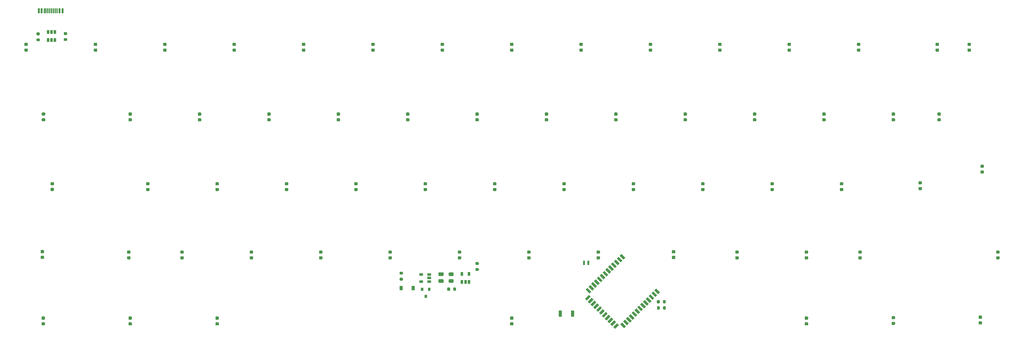
<source format=gbp>
%TF.GenerationSoftware,KiCad,Pcbnew,5.1.10*%
%TF.CreationDate,2021-06-01T15:11:30+02:00*%
%TF.ProjectId,ptm-60nrf,70746d2d-3630-46e7-9266-2e6b69636164,rev?*%
%TF.SameCoordinates,Original*%
%TF.FileFunction,Paste,Bot*%
%TF.FilePolarity,Positive*%
%FSLAX46Y46*%
G04 Gerber Fmt 4.6, Leading zero omitted, Abs format (unit mm)*
G04 Created by KiCad (PCBNEW 5.1.10) date 2021-06-01 15:11:30*
%MOMM*%
%LPD*%
G01*
G04 APERTURE LIST*
%ADD10R,0.650000X1.060000*%
%ADD11R,0.900000X1.700000*%
%ADD12R,0.600000X1.200000*%
%ADD13C,0.100000*%
%ADD14R,1.060000X0.650000*%
%ADD15R,0.800000X0.900000*%
%ADD16R,0.600000X1.450000*%
%ADD17R,0.300000X1.450000*%
%ADD18R,0.900000X1.200000*%
G04 APERTURE END LIST*
%TO.C,D71*%
G36*
G01*
X293118250Y-108362000D02*
X292605750Y-108362000D01*
G75*
G02*
X292387000Y-108143250I0J218750D01*
G01*
X292387000Y-107705750D01*
G75*
G02*
X292605750Y-107487000I218750J0D01*
G01*
X293118250Y-107487000D01*
G75*
G02*
X293337000Y-107705750I0J-218750D01*
G01*
X293337000Y-108143250D01*
G75*
G02*
X293118250Y-108362000I-218750J0D01*
G01*
G37*
G36*
G01*
X293118250Y-109937000D02*
X292605750Y-109937000D01*
G75*
G02*
X292387000Y-109718250I0J218750D01*
G01*
X292387000Y-109280750D01*
G75*
G02*
X292605750Y-109062000I218750J0D01*
G01*
X293118250Y-109062000D01*
G75*
G02*
X293337000Y-109280750I0J-218750D01*
G01*
X293337000Y-109718250D01*
G75*
G02*
X293118250Y-109937000I-218750J0D01*
G01*
G37*
%TD*%
%TO.C,D70*%
G36*
G01*
X269242250Y-108489000D02*
X268729750Y-108489000D01*
G75*
G02*
X268511000Y-108270250I0J218750D01*
G01*
X268511000Y-107832750D01*
G75*
G02*
X268729750Y-107614000I218750J0D01*
G01*
X269242250Y-107614000D01*
G75*
G02*
X269461000Y-107832750I0J-218750D01*
G01*
X269461000Y-108270250D01*
G75*
G02*
X269242250Y-108489000I-218750J0D01*
G01*
G37*
G36*
G01*
X269242250Y-110064000D02*
X268729750Y-110064000D01*
G75*
G02*
X268511000Y-109845250I0J218750D01*
G01*
X268511000Y-109407750D01*
G75*
G02*
X268729750Y-109189000I218750J0D01*
G01*
X269242250Y-109189000D01*
G75*
G02*
X269461000Y-109407750I0J-218750D01*
G01*
X269461000Y-109845250D01*
G75*
G02*
X269242250Y-110064000I-218750J0D01*
G01*
G37*
%TD*%
%TO.C,D69*%
G36*
G01*
X245366250Y-108616000D02*
X244853750Y-108616000D01*
G75*
G02*
X244635000Y-108397250I0J218750D01*
G01*
X244635000Y-107959750D01*
G75*
G02*
X244853750Y-107741000I218750J0D01*
G01*
X245366250Y-107741000D01*
G75*
G02*
X245585000Y-107959750I0J-218750D01*
G01*
X245585000Y-108397250D01*
G75*
G02*
X245366250Y-108616000I-218750J0D01*
G01*
G37*
G36*
G01*
X245366250Y-110191000D02*
X244853750Y-110191000D01*
G75*
G02*
X244635000Y-109972250I0J218750D01*
G01*
X244635000Y-109534750D01*
G75*
G02*
X244853750Y-109316000I218750J0D01*
G01*
X245366250Y-109316000D01*
G75*
G02*
X245585000Y-109534750I0J-218750D01*
G01*
X245585000Y-109972250D01*
G75*
G02*
X245366250Y-110191000I-218750J0D01*
G01*
G37*
%TD*%
%TO.C,D68*%
G36*
G01*
X164467250Y-108616000D02*
X163954750Y-108616000D01*
G75*
G02*
X163736000Y-108397250I0J218750D01*
G01*
X163736000Y-107959750D01*
G75*
G02*
X163954750Y-107741000I218750J0D01*
G01*
X164467250Y-107741000D01*
G75*
G02*
X164686000Y-107959750I0J-218750D01*
G01*
X164686000Y-108397250D01*
G75*
G02*
X164467250Y-108616000I-218750J0D01*
G01*
G37*
G36*
G01*
X164467250Y-110191000D02*
X163954750Y-110191000D01*
G75*
G02*
X163736000Y-109972250I0J218750D01*
G01*
X163736000Y-109534750D01*
G75*
G02*
X163954750Y-109316000I218750J0D01*
G01*
X164467250Y-109316000D01*
G75*
G02*
X164686000Y-109534750I0J-218750D01*
G01*
X164686000Y-109972250D01*
G75*
G02*
X164467250Y-110191000I-218750J0D01*
G01*
G37*
%TD*%
%TO.C,D67*%
G36*
G01*
X83568250Y-108616000D02*
X83055750Y-108616000D01*
G75*
G02*
X82837000Y-108397250I0J218750D01*
G01*
X82837000Y-107959750D01*
G75*
G02*
X83055750Y-107741000I218750J0D01*
G01*
X83568250Y-107741000D01*
G75*
G02*
X83787000Y-107959750I0J-218750D01*
G01*
X83787000Y-108397250D01*
G75*
G02*
X83568250Y-108616000I-218750J0D01*
G01*
G37*
G36*
G01*
X83568250Y-110191000D02*
X83055750Y-110191000D01*
G75*
G02*
X82837000Y-109972250I0J218750D01*
G01*
X82837000Y-109534750D01*
G75*
G02*
X83055750Y-109316000I218750J0D01*
G01*
X83568250Y-109316000D01*
G75*
G02*
X83787000Y-109534750I0J-218750D01*
G01*
X83787000Y-109972250D01*
G75*
G02*
X83568250Y-110191000I-218750J0D01*
G01*
G37*
%TD*%
%TO.C,D66*%
G36*
G01*
X59692250Y-108616000D02*
X59179750Y-108616000D01*
G75*
G02*
X58961000Y-108397250I0J218750D01*
G01*
X58961000Y-107959750D01*
G75*
G02*
X59179750Y-107741000I218750J0D01*
G01*
X59692250Y-107741000D01*
G75*
G02*
X59911000Y-107959750I0J-218750D01*
G01*
X59911000Y-108397250D01*
G75*
G02*
X59692250Y-108616000I-218750J0D01*
G01*
G37*
G36*
G01*
X59692250Y-110191000D02*
X59179750Y-110191000D01*
G75*
G02*
X58961000Y-109972250I0J218750D01*
G01*
X58961000Y-109534750D01*
G75*
G02*
X59179750Y-109316000I218750J0D01*
G01*
X59692250Y-109316000D01*
G75*
G02*
X59911000Y-109534750I0J-218750D01*
G01*
X59911000Y-109972250D01*
G75*
G02*
X59692250Y-110191000I-218750J0D01*
G01*
G37*
%TD*%
%TO.C,D65*%
G36*
G01*
X35816250Y-108616000D02*
X35303750Y-108616000D01*
G75*
G02*
X35085000Y-108397250I0J218750D01*
G01*
X35085000Y-107959750D01*
G75*
G02*
X35303750Y-107741000I218750J0D01*
G01*
X35816250Y-107741000D01*
G75*
G02*
X36035000Y-107959750I0J-218750D01*
G01*
X36035000Y-108397250D01*
G75*
G02*
X35816250Y-108616000I-218750J0D01*
G01*
G37*
G36*
G01*
X35816250Y-110191000D02*
X35303750Y-110191000D01*
G75*
G02*
X35085000Y-109972250I0J218750D01*
G01*
X35085000Y-109534750D01*
G75*
G02*
X35303750Y-109316000I218750J0D01*
G01*
X35816250Y-109316000D01*
G75*
G02*
X36035000Y-109534750I0J-218750D01*
G01*
X36035000Y-109972250D01*
G75*
G02*
X35816250Y-110191000I-218750J0D01*
G01*
G37*
%TD*%
%TO.C,D64*%
G36*
G01*
X297944250Y-90455000D02*
X297431750Y-90455000D01*
G75*
G02*
X297213000Y-90236250I0J218750D01*
G01*
X297213000Y-89798750D01*
G75*
G02*
X297431750Y-89580000I218750J0D01*
G01*
X297944250Y-89580000D01*
G75*
G02*
X298163000Y-89798750I0J-218750D01*
G01*
X298163000Y-90236250D01*
G75*
G02*
X297944250Y-90455000I-218750J0D01*
G01*
G37*
G36*
G01*
X297944250Y-92030000D02*
X297431750Y-92030000D01*
G75*
G02*
X297213000Y-91811250I0J218750D01*
G01*
X297213000Y-91373750D01*
G75*
G02*
X297431750Y-91155000I218750J0D01*
G01*
X297944250Y-91155000D01*
G75*
G02*
X298163000Y-91373750I0J-218750D01*
G01*
X298163000Y-91811250D01*
G75*
G02*
X297944250Y-92030000I-218750J0D01*
G01*
G37*
%TD*%
%TO.C,D62*%
G36*
G01*
X260098250Y-90455000D02*
X259585750Y-90455000D01*
G75*
G02*
X259367000Y-90236250I0J218750D01*
G01*
X259367000Y-89798750D01*
G75*
G02*
X259585750Y-89580000I218750J0D01*
G01*
X260098250Y-89580000D01*
G75*
G02*
X260317000Y-89798750I0J-218750D01*
G01*
X260317000Y-90236250D01*
G75*
G02*
X260098250Y-90455000I-218750J0D01*
G01*
G37*
G36*
G01*
X260098250Y-92030000D02*
X259585750Y-92030000D01*
G75*
G02*
X259367000Y-91811250I0J218750D01*
G01*
X259367000Y-91373750D01*
G75*
G02*
X259585750Y-91155000I218750J0D01*
G01*
X260098250Y-91155000D01*
G75*
G02*
X260317000Y-91373750I0J-218750D01*
G01*
X260317000Y-91811250D01*
G75*
G02*
X260098250Y-92030000I-218750J0D01*
G01*
G37*
%TD*%
%TO.C,D61*%
G36*
G01*
X245366250Y-90455000D02*
X244853750Y-90455000D01*
G75*
G02*
X244635000Y-90236250I0J218750D01*
G01*
X244635000Y-89798750D01*
G75*
G02*
X244853750Y-89580000I218750J0D01*
G01*
X245366250Y-89580000D01*
G75*
G02*
X245585000Y-89798750I0J-218750D01*
G01*
X245585000Y-90236250D01*
G75*
G02*
X245366250Y-90455000I-218750J0D01*
G01*
G37*
G36*
G01*
X245366250Y-92030000D02*
X244853750Y-92030000D01*
G75*
G02*
X244635000Y-91811250I0J218750D01*
G01*
X244635000Y-91373750D01*
G75*
G02*
X244853750Y-91155000I218750J0D01*
G01*
X245366250Y-91155000D01*
G75*
G02*
X245585000Y-91373750I0J-218750D01*
G01*
X245585000Y-91811250D01*
G75*
G02*
X245366250Y-92030000I-218750J0D01*
G01*
G37*
%TD*%
%TO.C,D60*%
G36*
G01*
X226316250Y-90455000D02*
X225803750Y-90455000D01*
G75*
G02*
X225585000Y-90236250I0J218750D01*
G01*
X225585000Y-89798750D01*
G75*
G02*
X225803750Y-89580000I218750J0D01*
G01*
X226316250Y-89580000D01*
G75*
G02*
X226535000Y-89798750I0J-218750D01*
G01*
X226535000Y-90236250D01*
G75*
G02*
X226316250Y-90455000I-218750J0D01*
G01*
G37*
G36*
G01*
X226316250Y-92030000D02*
X225803750Y-92030000D01*
G75*
G02*
X225585000Y-91811250I0J218750D01*
G01*
X225585000Y-91373750D01*
G75*
G02*
X225803750Y-91155000I218750J0D01*
G01*
X226316250Y-91155000D01*
G75*
G02*
X226535000Y-91373750I0J-218750D01*
G01*
X226535000Y-91811250D01*
G75*
G02*
X226316250Y-92030000I-218750J0D01*
G01*
G37*
%TD*%
%TO.C,D59*%
G36*
G01*
X208916250Y-90350000D02*
X208403750Y-90350000D01*
G75*
G02*
X208185000Y-90131250I0J218750D01*
G01*
X208185000Y-89693750D01*
G75*
G02*
X208403750Y-89475000I218750J0D01*
G01*
X208916250Y-89475000D01*
G75*
G02*
X209135000Y-89693750I0J-218750D01*
G01*
X209135000Y-90131250D01*
G75*
G02*
X208916250Y-90350000I-218750J0D01*
G01*
G37*
G36*
G01*
X208916250Y-91925000D02*
X208403750Y-91925000D01*
G75*
G02*
X208185000Y-91706250I0J218750D01*
G01*
X208185000Y-91268750D01*
G75*
G02*
X208403750Y-91050000I218750J0D01*
G01*
X208916250Y-91050000D01*
G75*
G02*
X209135000Y-91268750I0J-218750D01*
G01*
X209135000Y-91706250D01*
G75*
G02*
X208916250Y-91925000I-218750J0D01*
G01*
G37*
%TD*%
%TO.C,D58*%
G36*
G01*
X188216250Y-90455000D02*
X187703750Y-90455000D01*
G75*
G02*
X187485000Y-90236250I0J218750D01*
G01*
X187485000Y-89798750D01*
G75*
G02*
X187703750Y-89580000I218750J0D01*
G01*
X188216250Y-89580000D01*
G75*
G02*
X188435000Y-89798750I0J-218750D01*
G01*
X188435000Y-90236250D01*
G75*
G02*
X188216250Y-90455000I-218750J0D01*
G01*
G37*
G36*
G01*
X188216250Y-92030000D02*
X187703750Y-92030000D01*
G75*
G02*
X187485000Y-91811250I0J218750D01*
G01*
X187485000Y-91373750D01*
G75*
G02*
X187703750Y-91155000I218750J0D01*
G01*
X188216250Y-91155000D01*
G75*
G02*
X188435000Y-91373750I0J-218750D01*
G01*
X188435000Y-91811250D01*
G75*
G02*
X188216250Y-92030000I-218750J0D01*
G01*
G37*
%TD*%
%TO.C,D57*%
G36*
G01*
X169166250Y-90455000D02*
X168653750Y-90455000D01*
G75*
G02*
X168435000Y-90236250I0J218750D01*
G01*
X168435000Y-89798750D01*
G75*
G02*
X168653750Y-89580000I218750J0D01*
G01*
X169166250Y-89580000D01*
G75*
G02*
X169385000Y-89798750I0J-218750D01*
G01*
X169385000Y-90236250D01*
G75*
G02*
X169166250Y-90455000I-218750J0D01*
G01*
G37*
G36*
G01*
X169166250Y-92030000D02*
X168653750Y-92030000D01*
G75*
G02*
X168435000Y-91811250I0J218750D01*
G01*
X168435000Y-91373750D01*
G75*
G02*
X168653750Y-91155000I218750J0D01*
G01*
X169166250Y-91155000D01*
G75*
G02*
X169385000Y-91373750I0J-218750D01*
G01*
X169385000Y-91811250D01*
G75*
G02*
X169166250Y-92030000I-218750J0D01*
G01*
G37*
%TD*%
%TO.C,D56*%
G36*
G01*
X150116250Y-90455000D02*
X149603750Y-90455000D01*
G75*
G02*
X149385000Y-90236250I0J218750D01*
G01*
X149385000Y-89798750D01*
G75*
G02*
X149603750Y-89580000I218750J0D01*
G01*
X150116250Y-89580000D01*
G75*
G02*
X150335000Y-89798750I0J-218750D01*
G01*
X150335000Y-90236250D01*
G75*
G02*
X150116250Y-90455000I-218750J0D01*
G01*
G37*
G36*
G01*
X150116250Y-92030000D02*
X149603750Y-92030000D01*
G75*
G02*
X149385000Y-91811250I0J218750D01*
G01*
X149385000Y-91373750D01*
G75*
G02*
X149603750Y-91155000I218750J0D01*
G01*
X150116250Y-91155000D01*
G75*
G02*
X150335000Y-91373750I0J-218750D01*
G01*
X150335000Y-91811250D01*
G75*
G02*
X150116250Y-92030000I-218750J0D01*
G01*
G37*
%TD*%
%TO.C,D55*%
G36*
G01*
X131066250Y-90455000D02*
X130553750Y-90455000D01*
G75*
G02*
X130335000Y-90236250I0J218750D01*
G01*
X130335000Y-89798750D01*
G75*
G02*
X130553750Y-89580000I218750J0D01*
G01*
X131066250Y-89580000D01*
G75*
G02*
X131285000Y-89798750I0J-218750D01*
G01*
X131285000Y-90236250D01*
G75*
G02*
X131066250Y-90455000I-218750J0D01*
G01*
G37*
G36*
G01*
X131066250Y-92030000D02*
X130553750Y-92030000D01*
G75*
G02*
X130335000Y-91811250I0J218750D01*
G01*
X130335000Y-91373750D01*
G75*
G02*
X130553750Y-91155000I218750J0D01*
G01*
X131066250Y-91155000D01*
G75*
G02*
X131285000Y-91373750I0J-218750D01*
G01*
X131285000Y-91811250D01*
G75*
G02*
X131066250Y-92030000I-218750J0D01*
G01*
G37*
%TD*%
%TO.C,D54*%
G36*
G01*
X112016250Y-90455000D02*
X111503750Y-90455000D01*
G75*
G02*
X111285000Y-90236250I0J218750D01*
G01*
X111285000Y-89798750D01*
G75*
G02*
X111503750Y-89580000I218750J0D01*
G01*
X112016250Y-89580000D01*
G75*
G02*
X112235000Y-89798750I0J-218750D01*
G01*
X112235000Y-90236250D01*
G75*
G02*
X112016250Y-90455000I-218750J0D01*
G01*
G37*
G36*
G01*
X112016250Y-92030000D02*
X111503750Y-92030000D01*
G75*
G02*
X111285000Y-91811250I0J218750D01*
G01*
X111285000Y-91373750D01*
G75*
G02*
X111503750Y-91155000I218750J0D01*
G01*
X112016250Y-91155000D01*
G75*
G02*
X112235000Y-91373750I0J-218750D01*
G01*
X112235000Y-91811250D01*
G75*
G02*
X112016250Y-92030000I-218750J0D01*
G01*
G37*
%TD*%
%TO.C,D53*%
G36*
G01*
X92966250Y-90455000D02*
X92453750Y-90455000D01*
G75*
G02*
X92235000Y-90236250I0J218750D01*
G01*
X92235000Y-89798750D01*
G75*
G02*
X92453750Y-89580000I218750J0D01*
G01*
X92966250Y-89580000D01*
G75*
G02*
X93185000Y-89798750I0J-218750D01*
G01*
X93185000Y-90236250D01*
G75*
G02*
X92966250Y-90455000I-218750J0D01*
G01*
G37*
G36*
G01*
X92966250Y-92030000D02*
X92453750Y-92030000D01*
G75*
G02*
X92235000Y-91811250I0J218750D01*
G01*
X92235000Y-91373750D01*
G75*
G02*
X92453750Y-91155000I218750J0D01*
G01*
X92966250Y-91155000D01*
G75*
G02*
X93185000Y-91373750I0J-218750D01*
G01*
X93185000Y-91811250D01*
G75*
G02*
X92966250Y-92030000I-218750J0D01*
G01*
G37*
%TD*%
%TO.C,D52*%
G36*
G01*
X73916250Y-90455000D02*
X73403750Y-90455000D01*
G75*
G02*
X73185000Y-90236250I0J218750D01*
G01*
X73185000Y-89798750D01*
G75*
G02*
X73403750Y-89580000I218750J0D01*
G01*
X73916250Y-89580000D01*
G75*
G02*
X74135000Y-89798750I0J-218750D01*
G01*
X74135000Y-90236250D01*
G75*
G02*
X73916250Y-90455000I-218750J0D01*
G01*
G37*
G36*
G01*
X73916250Y-92030000D02*
X73403750Y-92030000D01*
G75*
G02*
X73185000Y-91811250I0J218750D01*
G01*
X73185000Y-91373750D01*
G75*
G02*
X73403750Y-91155000I218750J0D01*
G01*
X73916250Y-91155000D01*
G75*
G02*
X74135000Y-91373750I0J-218750D01*
G01*
X74135000Y-91811250D01*
G75*
G02*
X73916250Y-92030000I-218750J0D01*
G01*
G37*
%TD*%
%TO.C,D51*%
G36*
G01*
X59311250Y-90455000D02*
X58798750Y-90455000D01*
G75*
G02*
X58580000Y-90236250I0J218750D01*
G01*
X58580000Y-89798750D01*
G75*
G02*
X58798750Y-89580000I218750J0D01*
G01*
X59311250Y-89580000D01*
G75*
G02*
X59530000Y-89798750I0J-218750D01*
G01*
X59530000Y-90236250D01*
G75*
G02*
X59311250Y-90455000I-218750J0D01*
G01*
G37*
G36*
G01*
X59311250Y-92030000D02*
X58798750Y-92030000D01*
G75*
G02*
X58580000Y-91811250I0J218750D01*
G01*
X58580000Y-91373750D01*
G75*
G02*
X58798750Y-91155000I218750J0D01*
G01*
X59311250Y-91155000D01*
G75*
G02*
X59530000Y-91373750I0J-218750D01*
G01*
X59530000Y-91811250D01*
G75*
G02*
X59311250Y-92030000I-218750J0D01*
G01*
G37*
%TD*%
%TO.C,D49*%
G36*
G01*
X35562250Y-90328000D02*
X35049750Y-90328000D01*
G75*
G02*
X34831000Y-90109250I0J218750D01*
G01*
X34831000Y-89671750D01*
G75*
G02*
X35049750Y-89453000I218750J0D01*
G01*
X35562250Y-89453000D01*
G75*
G02*
X35781000Y-89671750I0J-218750D01*
G01*
X35781000Y-90109250D01*
G75*
G02*
X35562250Y-90328000I-218750J0D01*
G01*
G37*
G36*
G01*
X35562250Y-91903000D02*
X35049750Y-91903000D01*
G75*
G02*
X34831000Y-91684250I0J218750D01*
G01*
X34831000Y-91246750D01*
G75*
G02*
X35049750Y-91028000I218750J0D01*
G01*
X35562250Y-91028000D01*
G75*
G02*
X35781000Y-91246750I0J-218750D01*
G01*
X35781000Y-91684250D01*
G75*
G02*
X35562250Y-91903000I-218750J0D01*
G01*
G37*
%TD*%
%TO.C,D47*%
G36*
G01*
X293626250Y-66833000D02*
X293113750Y-66833000D01*
G75*
G02*
X292895000Y-66614250I0J218750D01*
G01*
X292895000Y-66176750D01*
G75*
G02*
X293113750Y-65958000I218750J0D01*
G01*
X293626250Y-65958000D01*
G75*
G02*
X293845000Y-66176750I0J-218750D01*
G01*
X293845000Y-66614250D01*
G75*
G02*
X293626250Y-66833000I-218750J0D01*
G01*
G37*
G36*
G01*
X293626250Y-68408000D02*
X293113750Y-68408000D01*
G75*
G02*
X292895000Y-68189250I0J218750D01*
G01*
X292895000Y-67751750D01*
G75*
G02*
X293113750Y-67533000I218750J0D01*
G01*
X293626250Y-67533000D01*
G75*
G02*
X293845000Y-67751750I0J-218750D01*
G01*
X293845000Y-68189250D01*
G75*
G02*
X293626250Y-68408000I-218750J0D01*
G01*
G37*
%TD*%
%TO.C,D46*%
G36*
G01*
X276608250Y-71405000D02*
X276095750Y-71405000D01*
G75*
G02*
X275877000Y-71186250I0J218750D01*
G01*
X275877000Y-70748750D01*
G75*
G02*
X276095750Y-70530000I218750J0D01*
G01*
X276608250Y-70530000D01*
G75*
G02*
X276827000Y-70748750I0J-218750D01*
G01*
X276827000Y-71186250D01*
G75*
G02*
X276608250Y-71405000I-218750J0D01*
G01*
G37*
G36*
G01*
X276608250Y-72980000D02*
X276095750Y-72980000D01*
G75*
G02*
X275877000Y-72761250I0J218750D01*
G01*
X275877000Y-72323750D01*
G75*
G02*
X276095750Y-72105000I218750J0D01*
G01*
X276608250Y-72105000D01*
G75*
G02*
X276827000Y-72323750I0J-218750D01*
G01*
X276827000Y-72761250D01*
G75*
G02*
X276608250Y-72980000I-218750J0D01*
G01*
G37*
%TD*%
%TO.C,D45*%
G36*
G01*
X255018250Y-71660000D02*
X254505750Y-71660000D01*
G75*
G02*
X254287000Y-71441250I0J218750D01*
G01*
X254287000Y-71003750D01*
G75*
G02*
X254505750Y-70785000I218750J0D01*
G01*
X255018250Y-70785000D01*
G75*
G02*
X255237000Y-71003750I0J-218750D01*
G01*
X255237000Y-71441250D01*
G75*
G02*
X255018250Y-71660000I-218750J0D01*
G01*
G37*
G36*
G01*
X255018250Y-73235000D02*
X254505750Y-73235000D01*
G75*
G02*
X254287000Y-73016250I0J218750D01*
G01*
X254287000Y-72578750D01*
G75*
G02*
X254505750Y-72360000I218750J0D01*
G01*
X255018250Y-72360000D01*
G75*
G02*
X255237000Y-72578750I0J-218750D01*
G01*
X255237000Y-73016250D01*
G75*
G02*
X255018250Y-73235000I-218750J0D01*
G01*
G37*
%TD*%
%TO.C,D44*%
G36*
G01*
X235968250Y-71660000D02*
X235455750Y-71660000D01*
G75*
G02*
X235237000Y-71441250I0J218750D01*
G01*
X235237000Y-71003750D01*
G75*
G02*
X235455750Y-70785000I218750J0D01*
G01*
X235968250Y-70785000D01*
G75*
G02*
X236187000Y-71003750I0J-218750D01*
G01*
X236187000Y-71441250D01*
G75*
G02*
X235968250Y-71660000I-218750J0D01*
G01*
G37*
G36*
G01*
X235968250Y-73235000D02*
X235455750Y-73235000D01*
G75*
G02*
X235237000Y-73016250I0J218750D01*
G01*
X235237000Y-72578750D01*
G75*
G02*
X235455750Y-72360000I218750J0D01*
G01*
X235968250Y-72360000D01*
G75*
G02*
X236187000Y-72578750I0J-218750D01*
G01*
X236187000Y-73016250D01*
G75*
G02*
X235968250Y-73235000I-218750J0D01*
G01*
G37*
%TD*%
%TO.C,D43*%
G36*
G01*
X216918250Y-71660000D02*
X216405750Y-71660000D01*
G75*
G02*
X216187000Y-71441250I0J218750D01*
G01*
X216187000Y-71003750D01*
G75*
G02*
X216405750Y-70785000I218750J0D01*
G01*
X216918250Y-70785000D01*
G75*
G02*
X217137000Y-71003750I0J-218750D01*
G01*
X217137000Y-71441250D01*
G75*
G02*
X216918250Y-71660000I-218750J0D01*
G01*
G37*
G36*
G01*
X216918250Y-73235000D02*
X216405750Y-73235000D01*
G75*
G02*
X216187000Y-73016250I0J218750D01*
G01*
X216187000Y-72578750D01*
G75*
G02*
X216405750Y-72360000I218750J0D01*
G01*
X216918250Y-72360000D01*
G75*
G02*
X217137000Y-72578750I0J-218750D01*
G01*
X217137000Y-73016250D01*
G75*
G02*
X216918250Y-73235000I-218750J0D01*
G01*
G37*
%TD*%
%TO.C,D42*%
G36*
G01*
X197868250Y-71660000D02*
X197355750Y-71660000D01*
G75*
G02*
X197137000Y-71441250I0J218750D01*
G01*
X197137000Y-71003750D01*
G75*
G02*
X197355750Y-70785000I218750J0D01*
G01*
X197868250Y-70785000D01*
G75*
G02*
X198087000Y-71003750I0J-218750D01*
G01*
X198087000Y-71441250D01*
G75*
G02*
X197868250Y-71660000I-218750J0D01*
G01*
G37*
G36*
G01*
X197868250Y-73235000D02*
X197355750Y-73235000D01*
G75*
G02*
X197137000Y-73016250I0J218750D01*
G01*
X197137000Y-72578750D01*
G75*
G02*
X197355750Y-72360000I218750J0D01*
G01*
X197868250Y-72360000D01*
G75*
G02*
X198087000Y-72578750I0J-218750D01*
G01*
X198087000Y-73016250D01*
G75*
G02*
X197868250Y-73235000I-218750J0D01*
G01*
G37*
%TD*%
%TO.C,D41*%
G36*
G01*
X178818250Y-71660000D02*
X178305750Y-71660000D01*
G75*
G02*
X178087000Y-71441250I0J218750D01*
G01*
X178087000Y-71003750D01*
G75*
G02*
X178305750Y-70785000I218750J0D01*
G01*
X178818250Y-70785000D01*
G75*
G02*
X179037000Y-71003750I0J-218750D01*
G01*
X179037000Y-71441250D01*
G75*
G02*
X178818250Y-71660000I-218750J0D01*
G01*
G37*
G36*
G01*
X178818250Y-73235000D02*
X178305750Y-73235000D01*
G75*
G02*
X178087000Y-73016250I0J218750D01*
G01*
X178087000Y-72578750D01*
G75*
G02*
X178305750Y-72360000I218750J0D01*
G01*
X178818250Y-72360000D01*
G75*
G02*
X179037000Y-72578750I0J-218750D01*
G01*
X179037000Y-73016250D01*
G75*
G02*
X178818250Y-73235000I-218750J0D01*
G01*
G37*
%TD*%
%TO.C,D40*%
G36*
G01*
X159768250Y-71660000D02*
X159255750Y-71660000D01*
G75*
G02*
X159037000Y-71441250I0J218750D01*
G01*
X159037000Y-71003750D01*
G75*
G02*
X159255750Y-70785000I218750J0D01*
G01*
X159768250Y-70785000D01*
G75*
G02*
X159987000Y-71003750I0J-218750D01*
G01*
X159987000Y-71441250D01*
G75*
G02*
X159768250Y-71660000I-218750J0D01*
G01*
G37*
G36*
G01*
X159768250Y-73235000D02*
X159255750Y-73235000D01*
G75*
G02*
X159037000Y-73016250I0J218750D01*
G01*
X159037000Y-72578750D01*
G75*
G02*
X159255750Y-72360000I218750J0D01*
G01*
X159768250Y-72360000D01*
G75*
G02*
X159987000Y-72578750I0J-218750D01*
G01*
X159987000Y-73016250D01*
G75*
G02*
X159768250Y-73235000I-218750J0D01*
G01*
G37*
%TD*%
%TO.C,D39*%
G36*
G01*
X140718250Y-71660000D02*
X140205750Y-71660000D01*
G75*
G02*
X139987000Y-71441250I0J218750D01*
G01*
X139987000Y-71003750D01*
G75*
G02*
X140205750Y-70785000I218750J0D01*
G01*
X140718250Y-70785000D01*
G75*
G02*
X140937000Y-71003750I0J-218750D01*
G01*
X140937000Y-71441250D01*
G75*
G02*
X140718250Y-71660000I-218750J0D01*
G01*
G37*
G36*
G01*
X140718250Y-73235000D02*
X140205750Y-73235000D01*
G75*
G02*
X139987000Y-73016250I0J218750D01*
G01*
X139987000Y-72578750D01*
G75*
G02*
X140205750Y-72360000I218750J0D01*
G01*
X140718250Y-72360000D01*
G75*
G02*
X140937000Y-72578750I0J-218750D01*
G01*
X140937000Y-73016250D01*
G75*
G02*
X140718250Y-73235000I-218750J0D01*
G01*
G37*
%TD*%
%TO.C,D38*%
G36*
G01*
X121668250Y-71660000D02*
X121155750Y-71660000D01*
G75*
G02*
X120937000Y-71441250I0J218750D01*
G01*
X120937000Y-71003750D01*
G75*
G02*
X121155750Y-70785000I218750J0D01*
G01*
X121668250Y-70785000D01*
G75*
G02*
X121887000Y-71003750I0J-218750D01*
G01*
X121887000Y-71441250D01*
G75*
G02*
X121668250Y-71660000I-218750J0D01*
G01*
G37*
G36*
G01*
X121668250Y-73235000D02*
X121155750Y-73235000D01*
G75*
G02*
X120937000Y-73016250I0J218750D01*
G01*
X120937000Y-72578750D01*
G75*
G02*
X121155750Y-72360000I218750J0D01*
G01*
X121668250Y-72360000D01*
G75*
G02*
X121887000Y-72578750I0J-218750D01*
G01*
X121887000Y-73016250D01*
G75*
G02*
X121668250Y-73235000I-218750J0D01*
G01*
G37*
%TD*%
%TO.C,D37*%
G36*
G01*
X102618250Y-71660000D02*
X102105750Y-71660000D01*
G75*
G02*
X101887000Y-71441250I0J218750D01*
G01*
X101887000Y-71003750D01*
G75*
G02*
X102105750Y-70785000I218750J0D01*
G01*
X102618250Y-70785000D01*
G75*
G02*
X102837000Y-71003750I0J-218750D01*
G01*
X102837000Y-71441250D01*
G75*
G02*
X102618250Y-71660000I-218750J0D01*
G01*
G37*
G36*
G01*
X102618250Y-73235000D02*
X102105750Y-73235000D01*
G75*
G02*
X101887000Y-73016250I0J218750D01*
G01*
X101887000Y-72578750D01*
G75*
G02*
X102105750Y-72360000I218750J0D01*
G01*
X102618250Y-72360000D01*
G75*
G02*
X102837000Y-72578750I0J-218750D01*
G01*
X102837000Y-73016250D01*
G75*
G02*
X102618250Y-73235000I-218750J0D01*
G01*
G37*
%TD*%
%TO.C,D36*%
G36*
G01*
X83568250Y-71660000D02*
X83055750Y-71660000D01*
G75*
G02*
X82837000Y-71441250I0J218750D01*
G01*
X82837000Y-71003750D01*
G75*
G02*
X83055750Y-70785000I218750J0D01*
G01*
X83568250Y-70785000D01*
G75*
G02*
X83787000Y-71003750I0J-218750D01*
G01*
X83787000Y-71441250D01*
G75*
G02*
X83568250Y-71660000I-218750J0D01*
G01*
G37*
G36*
G01*
X83568250Y-73235000D02*
X83055750Y-73235000D01*
G75*
G02*
X82837000Y-73016250I0J218750D01*
G01*
X82837000Y-72578750D01*
G75*
G02*
X83055750Y-72360000I218750J0D01*
G01*
X83568250Y-72360000D01*
G75*
G02*
X83787000Y-72578750I0J-218750D01*
G01*
X83787000Y-73016250D01*
G75*
G02*
X83568250Y-73235000I-218750J0D01*
G01*
G37*
%TD*%
%TO.C,D35*%
G36*
G01*
X64518250Y-71660000D02*
X64005750Y-71660000D01*
G75*
G02*
X63787000Y-71441250I0J218750D01*
G01*
X63787000Y-71003750D01*
G75*
G02*
X64005750Y-70785000I218750J0D01*
G01*
X64518250Y-70785000D01*
G75*
G02*
X64737000Y-71003750I0J-218750D01*
G01*
X64737000Y-71441250D01*
G75*
G02*
X64518250Y-71660000I-218750J0D01*
G01*
G37*
G36*
G01*
X64518250Y-73235000D02*
X64005750Y-73235000D01*
G75*
G02*
X63787000Y-73016250I0J218750D01*
G01*
X63787000Y-72578750D01*
G75*
G02*
X64005750Y-72360000I218750J0D01*
G01*
X64518250Y-72360000D01*
G75*
G02*
X64737000Y-72578750I0J-218750D01*
G01*
X64737000Y-73016250D01*
G75*
G02*
X64518250Y-73235000I-218750J0D01*
G01*
G37*
%TD*%
%TO.C,D33*%
G36*
G01*
X38286250Y-71640000D02*
X37773750Y-71640000D01*
G75*
G02*
X37555000Y-71421250I0J218750D01*
G01*
X37555000Y-70983750D01*
G75*
G02*
X37773750Y-70765000I218750J0D01*
G01*
X38286250Y-70765000D01*
G75*
G02*
X38505000Y-70983750I0J-218750D01*
G01*
X38505000Y-71421250D01*
G75*
G02*
X38286250Y-71640000I-218750J0D01*
G01*
G37*
G36*
G01*
X38286250Y-73215000D02*
X37773750Y-73215000D01*
G75*
G02*
X37555000Y-72996250I0J218750D01*
G01*
X37555000Y-72558750D01*
G75*
G02*
X37773750Y-72340000I218750J0D01*
G01*
X38286250Y-72340000D01*
G75*
G02*
X38505000Y-72558750I0J-218750D01*
G01*
X38505000Y-72996250D01*
G75*
G02*
X38286250Y-73215000I-218750J0D01*
G01*
G37*
%TD*%
%TO.C,D32*%
G36*
G01*
X281815250Y-52482000D02*
X281302750Y-52482000D01*
G75*
G02*
X281084000Y-52263250I0J218750D01*
G01*
X281084000Y-51825750D01*
G75*
G02*
X281302750Y-51607000I218750J0D01*
G01*
X281815250Y-51607000D01*
G75*
G02*
X282034000Y-51825750I0J-218750D01*
G01*
X282034000Y-52263250D01*
G75*
G02*
X281815250Y-52482000I-218750J0D01*
G01*
G37*
G36*
G01*
X281815250Y-54057000D02*
X281302750Y-54057000D01*
G75*
G02*
X281084000Y-53838250I0J218750D01*
G01*
X281084000Y-53400750D01*
G75*
G02*
X281302750Y-53182000I218750J0D01*
G01*
X281815250Y-53182000D01*
G75*
G02*
X282034000Y-53400750I0J-218750D01*
G01*
X282034000Y-53838250D01*
G75*
G02*
X281815250Y-54057000I-218750J0D01*
G01*
G37*
%TD*%
%TO.C,D31*%
G36*
G01*
X269242250Y-52482000D02*
X268729750Y-52482000D01*
G75*
G02*
X268511000Y-52263250I0J218750D01*
G01*
X268511000Y-51825750D01*
G75*
G02*
X268729750Y-51607000I218750J0D01*
G01*
X269242250Y-51607000D01*
G75*
G02*
X269461000Y-51825750I0J-218750D01*
G01*
X269461000Y-52263250D01*
G75*
G02*
X269242250Y-52482000I-218750J0D01*
G01*
G37*
G36*
G01*
X269242250Y-54057000D02*
X268729750Y-54057000D01*
G75*
G02*
X268511000Y-53838250I0J218750D01*
G01*
X268511000Y-53400750D01*
G75*
G02*
X268729750Y-53182000I218750J0D01*
G01*
X269242250Y-53182000D01*
G75*
G02*
X269461000Y-53400750I0J-218750D01*
G01*
X269461000Y-53838250D01*
G75*
G02*
X269242250Y-54057000I-218750J0D01*
G01*
G37*
%TD*%
%TO.C,D30*%
G36*
G01*
X250192250Y-52482000D02*
X249679750Y-52482000D01*
G75*
G02*
X249461000Y-52263250I0J218750D01*
G01*
X249461000Y-51825750D01*
G75*
G02*
X249679750Y-51607000I218750J0D01*
G01*
X250192250Y-51607000D01*
G75*
G02*
X250411000Y-51825750I0J-218750D01*
G01*
X250411000Y-52263250D01*
G75*
G02*
X250192250Y-52482000I-218750J0D01*
G01*
G37*
G36*
G01*
X250192250Y-54057000D02*
X249679750Y-54057000D01*
G75*
G02*
X249461000Y-53838250I0J218750D01*
G01*
X249461000Y-53400750D01*
G75*
G02*
X249679750Y-53182000I218750J0D01*
G01*
X250192250Y-53182000D01*
G75*
G02*
X250411000Y-53400750I0J-218750D01*
G01*
X250411000Y-53838250D01*
G75*
G02*
X250192250Y-54057000I-218750J0D01*
G01*
G37*
%TD*%
%TO.C,D29*%
G36*
G01*
X231142250Y-52482000D02*
X230629750Y-52482000D01*
G75*
G02*
X230411000Y-52263250I0J218750D01*
G01*
X230411000Y-51825750D01*
G75*
G02*
X230629750Y-51607000I218750J0D01*
G01*
X231142250Y-51607000D01*
G75*
G02*
X231361000Y-51825750I0J-218750D01*
G01*
X231361000Y-52263250D01*
G75*
G02*
X231142250Y-52482000I-218750J0D01*
G01*
G37*
G36*
G01*
X231142250Y-54057000D02*
X230629750Y-54057000D01*
G75*
G02*
X230411000Y-53838250I0J218750D01*
G01*
X230411000Y-53400750D01*
G75*
G02*
X230629750Y-53182000I218750J0D01*
G01*
X231142250Y-53182000D01*
G75*
G02*
X231361000Y-53400750I0J-218750D01*
G01*
X231361000Y-53838250D01*
G75*
G02*
X231142250Y-54057000I-218750J0D01*
G01*
G37*
%TD*%
%TO.C,D28*%
G36*
G01*
X212092250Y-52482000D02*
X211579750Y-52482000D01*
G75*
G02*
X211361000Y-52263250I0J218750D01*
G01*
X211361000Y-51825750D01*
G75*
G02*
X211579750Y-51607000I218750J0D01*
G01*
X212092250Y-51607000D01*
G75*
G02*
X212311000Y-51825750I0J-218750D01*
G01*
X212311000Y-52263250D01*
G75*
G02*
X212092250Y-52482000I-218750J0D01*
G01*
G37*
G36*
G01*
X212092250Y-54057000D02*
X211579750Y-54057000D01*
G75*
G02*
X211361000Y-53838250I0J218750D01*
G01*
X211361000Y-53400750D01*
G75*
G02*
X211579750Y-53182000I218750J0D01*
G01*
X212092250Y-53182000D01*
G75*
G02*
X212311000Y-53400750I0J-218750D01*
G01*
X212311000Y-53838250D01*
G75*
G02*
X212092250Y-54057000I-218750J0D01*
G01*
G37*
%TD*%
%TO.C,D27*%
G36*
G01*
X193042250Y-52482000D02*
X192529750Y-52482000D01*
G75*
G02*
X192311000Y-52263250I0J218750D01*
G01*
X192311000Y-51825750D01*
G75*
G02*
X192529750Y-51607000I218750J0D01*
G01*
X193042250Y-51607000D01*
G75*
G02*
X193261000Y-51825750I0J-218750D01*
G01*
X193261000Y-52263250D01*
G75*
G02*
X193042250Y-52482000I-218750J0D01*
G01*
G37*
G36*
G01*
X193042250Y-54057000D02*
X192529750Y-54057000D01*
G75*
G02*
X192311000Y-53838250I0J218750D01*
G01*
X192311000Y-53400750D01*
G75*
G02*
X192529750Y-53182000I218750J0D01*
G01*
X193042250Y-53182000D01*
G75*
G02*
X193261000Y-53400750I0J-218750D01*
G01*
X193261000Y-53838250D01*
G75*
G02*
X193042250Y-54057000I-218750J0D01*
G01*
G37*
%TD*%
%TO.C,D26*%
G36*
G01*
X173992250Y-52482000D02*
X173479750Y-52482000D01*
G75*
G02*
X173261000Y-52263250I0J218750D01*
G01*
X173261000Y-51825750D01*
G75*
G02*
X173479750Y-51607000I218750J0D01*
G01*
X173992250Y-51607000D01*
G75*
G02*
X174211000Y-51825750I0J-218750D01*
G01*
X174211000Y-52263250D01*
G75*
G02*
X173992250Y-52482000I-218750J0D01*
G01*
G37*
G36*
G01*
X173992250Y-54057000D02*
X173479750Y-54057000D01*
G75*
G02*
X173261000Y-53838250I0J218750D01*
G01*
X173261000Y-53400750D01*
G75*
G02*
X173479750Y-53182000I218750J0D01*
G01*
X173992250Y-53182000D01*
G75*
G02*
X174211000Y-53400750I0J-218750D01*
G01*
X174211000Y-53838250D01*
G75*
G02*
X173992250Y-54057000I-218750J0D01*
G01*
G37*
%TD*%
%TO.C,D25*%
G36*
G01*
X154942250Y-52482000D02*
X154429750Y-52482000D01*
G75*
G02*
X154211000Y-52263250I0J218750D01*
G01*
X154211000Y-51825750D01*
G75*
G02*
X154429750Y-51607000I218750J0D01*
G01*
X154942250Y-51607000D01*
G75*
G02*
X155161000Y-51825750I0J-218750D01*
G01*
X155161000Y-52263250D01*
G75*
G02*
X154942250Y-52482000I-218750J0D01*
G01*
G37*
G36*
G01*
X154942250Y-54057000D02*
X154429750Y-54057000D01*
G75*
G02*
X154211000Y-53838250I0J218750D01*
G01*
X154211000Y-53400750D01*
G75*
G02*
X154429750Y-53182000I218750J0D01*
G01*
X154942250Y-53182000D01*
G75*
G02*
X155161000Y-53400750I0J-218750D01*
G01*
X155161000Y-53838250D01*
G75*
G02*
X154942250Y-54057000I-218750J0D01*
G01*
G37*
%TD*%
%TO.C,D24*%
G36*
G01*
X135892250Y-52482000D02*
X135379750Y-52482000D01*
G75*
G02*
X135161000Y-52263250I0J218750D01*
G01*
X135161000Y-51825750D01*
G75*
G02*
X135379750Y-51607000I218750J0D01*
G01*
X135892250Y-51607000D01*
G75*
G02*
X136111000Y-51825750I0J-218750D01*
G01*
X136111000Y-52263250D01*
G75*
G02*
X135892250Y-52482000I-218750J0D01*
G01*
G37*
G36*
G01*
X135892250Y-54057000D02*
X135379750Y-54057000D01*
G75*
G02*
X135161000Y-53838250I0J218750D01*
G01*
X135161000Y-53400750D01*
G75*
G02*
X135379750Y-53182000I218750J0D01*
G01*
X135892250Y-53182000D01*
G75*
G02*
X136111000Y-53400750I0J-218750D01*
G01*
X136111000Y-53838250D01*
G75*
G02*
X135892250Y-54057000I-218750J0D01*
G01*
G37*
%TD*%
%TO.C,D23*%
G36*
G01*
X116842250Y-52482000D02*
X116329750Y-52482000D01*
G75*
G02*
X116111000Y-52263250I0J218750D01*
G01*
X116111000Y-51825750D01*
G75*
G02*
X116329750Y-51607000I218750J0D01*
G01*
X116842250Y-51607000D01*
G75*
G02*
X117061000Y-51825750I0J-218750D01*
G01*
X117061000Y-52263250D01*
G75*
G02*
X116842250Y-52482000I-218750J0D01*
G01*
G37*
G36*
G01*
X116842250Y-54057000D02*
X116329750Y-54057000D01*
G75*
G02*
X116111000Y-53838250I0J218750D01*
G01*
X116111000Y-53400750D01*
G75*
G02*
X116329750Y-53182000I218750J0D01*
G01*
X116842250Y-53182000D01*
G75*
G02*
X117061000Y-53400750I0J-218750D01*
G01*
X117061000Y-53838250D01*
G75*
G02*
X116842250Y-54057000I-218750J0D01*
G01*
G37*
%TD*%
%TO.C,D22*%
G36*
G01*
X97792250Y-52482000D02*
X97279750Y-52482000D01*
G75*
G02*
X97061000Y-52263250I0J218750D01*
G01*
X97061000Y-51825750D01*
G75*
G02*
X97279750Y-51607000I218750J0D01*
G01*
X97792250Y-51607000D01*
G75*
G02*
X98011000Y-51825750I0J-218750D01*
G01*
X98011000Y-52263250D01*
G75*
G02*
X97792250Y-52482000I-218750J0D01*
G01*
G37*
G36*
G01*
X97792250Y-54057000D02*
X97279750Y-54057000D01*
G75*
G02*
X97061000Y-53838250I0J218750D01*
G01*
X97061000Y-53400750D01*
G75*
G02*
X97279750Y-53182000I218750J0D01*
G01*
X97792250Y-53182000D01*
G75*
G02*
X98011000Y-53400750I0J-218750D01*
G01*
X98011000Y-53838250D01*
G75*
G02*
X97792250Y-54057000I-218750J0D01*
G01*
G37*
%TD*%
%TO.C,D21*%
G36*
G01*
X78742250Y-52482000D02*
X78229750Y-52482000D01*
G75*
G02*
X78011000Y-52263250I0J218750D01*
G01*
X78011000Y-51825750D01*
G75*
G02*
X78229750Y-51607000I218750J0D01*
G01*
X78742250Y-51607000D01*
G75*
G02*
X78961000Y-51825750I0J-218750D01*
G01*
X78961000Y-52263250D01*
G75*
G02*
X78742250Y-52482000I-218750J0D01*
G01*
G37*
G36*
G01*
X78742250Y-54057000D02*
X78229750Y-54057000D01*
G75*
G02*
X78011000Y-53838250I0J218750D01*
G01*
X78011000Y-53400750D01*
G75*
G02*
X78229750Y-53182000I218750J0D01*
G01*
X78742250Y-53182000D01*
G75*
G02*
X78961000Y-53400750I0J-218750D01*
G01*
X78961000Y-53838250D01*
G75*
G02*
X78742250Y-54057000I-218750J0D01*
G01*
G37*
%TD*%
%TO.C,D20*%
G36*
G01*
X59692250Y-52482000D02*
X59179750Y-52482000D01*
G75*
G02*
X58961000Y-52263250I0J218750D01*
G01*
X58961000Y-51825750D01*
G75*
G02*
X59179750Y-51607000I218750J0D01*
G01*
X59692250Y-51607000D01*
G75*
G02*
X59911000Y-51825750I0J-218750D01*
G01*
X59911000Y-52263250D01*
G75*
G02*
X59692250Y-52482000I-218750J0D01*
G01*
G37*
G36*
G01*
X59692250Y-54057000D02*
X59179750Y-54057000D01*
G75*
G02*
X58961000Y-53838250I0J218750D01*
G01*
X58961000Y-53400750D01*
G75*
G02*
X59179750Y-53182000I218750J0D01*
G01*
X59692250Y-53182000D01*
G75*
G02*
X59911000Y-53400750I0J-218750D01*
G01*
X59911000Y-53838250D01*
G75*
G02*
X59692250Y-54057000I-218750J0D01*
G01*
G37*
%TD*%
%TO.C,D19*%
G36*
G01*
X35886250Y-52470000D02*
X35373750Y-52470000D01*
G75*
G02*
X35155000Y-52251250I0J218750D01*
G01*
X35155000Y-51813750D01*
G75*
G02*
X35373750Y-51595000I218750J0D01*
G01*
X35886250Y-51595000D01*
G75*
G02*
X36105000Y-51813750I0J-218750D01*
G01*
X36105000Y-52251250D01*
G75*
G02*
X35886250Y-52470000I-218750J0D01*
G01*
G37*
G36*
G01*
X35886250Y-54045000D02*
X35373750Y-54045000D01*
G75*
G02*
X35155000Y-53826250I0J218750D01*
G01*
X35155000Y-53388750D01*
G75*
G02*
X35373750Y-53170000I218750J0D01*
G01*
X35886250Y-53170000D01*
G75*
G02*
X36105000Y-53388750I0J-218750D01*
G01*
X36105000Y-53826250D01*
G75*
G02*
X35886250Y-54045000I-218750J0D01*
G01*
G37*
%TD*%
%TO.C,D18*%
G36*
G01*
X290070250Y-33305000D02*
X289557750Y-33305000D01*
G75*
G02*
X289339000Y-33086250I0J218750D01*
G01*
X289339000Y-32648750D01*
G75*
G02*
X289557750Y-32430000I218750J0D01*
G01*
X290070250Y-32430000D01*
G75*
G02*
X290289000Y-32648750I0J-218750D01*
G01*
X290289000Y-33086250D01*
G75*
G02*
X290070250Y-33305000I-218750J0D01*
G01*
G37*
G36*
G01*
X290070250Y-34880000D02*
X289557750Y-34880000D01*
G75*
G02*
X289339000Y-34661250I0J218750D01*
G01*
X289339000Y-34223750D01*
G75*
G02*
X289557750Y-34005000I218750J0D01*
G01*
X290070250Y-34005000D01*
G75*
G02*
X290289000Y-34223750I0J-218750D01*
G01*
X290289000Y-34661250D01*
G75*
G02*
X290070250Y-34880000I-218750J0D01*
G01*
G37*
%TD*%
%TO.C,D16*%
G36*
G01*
X281307250Y-33305000D02*
X280794750Y-33305000D01*
G75*
G02*
X280576000Y-33086250I0J218750D01*
G01*
X280576000Y-32648750D01*
G75*
G02*
X280794750Y-32430000I218750J0D01*
G01*
X281307250Y-32430000D01*
G75*
G02*
X281526000Y-32648750I0J-218750D01*
G01*
X281526000Y-33086250D01*
G75*
G02*
X281307250Y-33305000I-218750J0D01*
G01*
G37*
G36*
G01*
X281307250Y-34880000D02*
X280794750Y-34880000D01*
G75*
G02*
X280576000Y-34661250I0J218750D01*
G01*
X280576000Y-34223750D01*
G75*
G02*
X280794750Y-34005000I218750J0D01*
G01*
X281307250Y-34005000D01*
G75*
G02*
X281526000Y-34223750I0J-218750D01*
G01*
X281526000Y-34661250D01*
G75*
G02*
X281307250Y-34880000I-218750J0D01*
G01*
G37*
%TD*%
%TO.C,D15*%
G36*
G01*
X259717250Y-33305000D02*
X259204750Y-33305000D01*
G75*
G02*
X258986000Y-33086250I0J218750D01*
G01*
X258986000Y-32648750D01*
G75*
G02*
X259204750Y-32430000I218750J0D01*
G01*
X259717250Y-32430000D01*
G75*
G02*
X259936000Y-32648750I0J-218750D01*
G01*
X259936000Y-33086250D01*
G75*
G02*
X259717250Y-33305000I-218750J0D01*
G01*
G37*
G36*
G01*
X259717250Y-34880000D02*
X259204750Y-34880000D01*
G75*
G02*
X258986000Y-34661250I0J218750D01*
G01*
X258986000Y-34223750D01*
G75*
G02*
X259204750Y-34005000I218750J0D01*
G01*
X259717250Y-34005000D01*
G75*
G02*
X259936000Y-34223750I0J-218750D01*
G01*
X259936000Y-34661250D01*
G75*
G02*
X259717250Y-34880000I-218750J0D01*
G01*
G37*
%TD*%
%TO.C,D14*%
G36*
G01*
X240667250Y-33305000D02*
X240154750Y-33305000D01*
G75*
G02*
X239936000Y-33086250I0J218750D01*
G01*
X239936000Y-32648750D01*
G75*
G02*
X240154750Y-32430000I218750J0D01*
G01*
X240667250Y-32430000D01*
G75*
G02*
X240886000Y-32648750I0J-218750D01*
G01*
X240886000Y-33086250D01*
G75*
G02*
X240667250Y-33305000I-218750J0D01*
G01*
G37*
G36*
G01*
X240667250Y-34880000D02*
X240154750Y-34880000D01*
G75*
G02*
X239936000Y-34661250I0J218750D01*
G01*
X239936000Y-34223750D01*
G75*
G02*
X240154750Y-34005000I218750J0D01*
G01*
X240667250Y-34005000D01*
G75*
G02*
X240886000Y-34223750I0J-218750D01*
G01*
X240886000Y-34661250D01*
G75*
G02*
X240667250Y-34880000I-218750J0D01*
G01*
G37*
%TD*%
%TO.C,D13*%
G36*
G01*
X221617250Y-33305000D02*
X221104750Y-33305000D01*
G75*
G02*
X220886000Y-33086250I0J218750D01*
G01*
X220886000Y-32648750D01*
G75*
G02*
X221104750Y-32430000I218750J0D01*
G01*
X221617250Y-32430000D01*
G75*
G02*
X221836000Y-32648750I0J-218750D01*
G01*
X221836000Y-33086250D01*
G75*
G02*
X221617250Y-33305000I-218750J0D01*
G01*
G37*
G36*
G01*
X221617250Y-34880000D02*
X221104750Y-34880000D01*
G75*
G02*
X220886000Y-34661250I0J218750D01*
G01*
X220886000Y-34223750D01*
G75*
G02*
X221104750Y-34005000I218750J0D01*
G01*
X221617250Y-34005000D01*
G75*
G02*
X221836000Y-34223750I0J-218750D01*
G01*
X221836000Y-34661250D01*
G75*
G02*
X221617250Y-34880000I-218750J0D01*
G01*
G37*
%TD*%
%TO.C,D12*%
G36*
G01*
X202567250Y-33305000D02*
X202054750Y-33305000D01*
G75*
G02*
X201836000Y-33086250I0J218750D01*
G01*
X201836000Y-32648750D01*
G75*
G02*
X202054750Y-32430000I218750J0D01*
G01*
X202567250Y-32430000D01*
G75*
G02*
X202786000Y-32648750I0J-218750D01*
G01*
X202786000Y-33086250D01*
G75*
G02*
X202567250Y-33305000I-218750J0D01*
G01*
G37*
G36*
G01*
X202567250Y-34880000D02*
X202054750Y-34880000D01*
G75*
G02*
X201836000Y-34661250I0J218750D01*
G01*
X201836000Y-34223750D01*
G75*
G02*
X202054750Y-34005000I218750J0D01*
G01*
X202567250Y-34005000D01*
G75*
G02*
X202786000Y-34223750I0J-218750D01*
G01*
X202786000Y-34661250D01*
G75*
G02*
X202567250Y-34880000I-218750J0D01*
G01*
G37*
%TD*%
%TO.C,D11*%
G36*
G01*
X183517250Y-33305000D02*
X183004750Y-33305000D01*
G75*
G02*
X182786000Y-33086250I0J218750D01*
G01*
X182786000Y-32648750D01*
G75*
G02*
X183004750Y-32430000I218750J0D01*
G01*
X183517250Y-32430000D01*
G75*
G02*
X183736000Y-32648750I0J-218750D01*
G01*
X183736000Y-33086250D01*
G75*
G02*
X183517250Y-33305000I-218750J0D01*
G01*
G37*
G36*
G01*
X183517250Y-34880000D02*
X183004750Y-34880000D01*
G75*
G02*
X182786000Y-34661250I0J218750D01*
G01*
X182786000Y-34223750D01*
G75*
G02*
X183004750Y-34005000I218750J0D01*
G01*
X183517250Y-34005000D01*
G75*
G02*
X183736000Y-34223750I0J-218750D01*
G01*
X183736000Y-34661250D01*
G75*
G02*
X183517250Y-34880000I-218750J0D01*
G01*
G37*
%TD*%
%TO.C,D10*%
G36*
G01*
X164467250Y-33305000D02*
X163954750Y-33305000D01*
G75*
G02*
X163736000Y-33086250I0J218750D01*
G01*
X163736000Y-32648750D01*
G75*
G02*
X163954750Y-32430000I218750J0D01*
G01*
X164467250Y-32430000D01*
G75*
G02*
X164686000Y-32648750I0J-218750D01*
G01*
X164686000Y-33086250D01*
G75*
G02*
X164467250Y-33305000I-218750J0D01*
G01*
G37*
G36*
G01*
X164467250Y-34880000D02*
X163954750Y-34880000D01*
G75*
G02*
X163736000Y-34661250I0J218750D01*
G01*
X163736000Y-34223750D01*
G75*
G02*
X163954750Y-34005000I218750J0D01*
G01*
X164467250Y-34005000D01*
G75*
G02*
X164686000Y-34223750I0J-218750D01*
G01*
X164686000Y-34661250D01*
G75*
G02*
X164467250Y-34880000I-218750J0D01*
G01*
G37*
%TD*%
%TO.C,D9*%
G36*
G01*
X145417250Y-33305000D02*
X144904750Y-33305000D01*
G75*
G02*
X144686000Y-33086250I0J218750D01*
G01*
X144686000Y-32648750D01*
G75*
G02*
X144904750Y-32430000I218750J0D01*
G01*
X145417250Y-32430000D01*
G75*
G02*
X145636000Y-32648750I0J-218750D01*
G01*
X145636000Y-33086250D01*
G75*
G02*
X145417250Y-33305000I-218750J0D01*
G01*
G37*
G36*
G01*
X145417250Y-34880000D02*
X144904750Y-34880000D01*
G75*
G02*
X144686000Y-34661250I0J218750D01*
G01*
X144686000Y-34223750D01*
G75*
G02*
X144904750Y-34005000I218750J0D01*
G01*
X145417250Y-34005000D01*
G75*
G02*
X145636000Y-34223750I0J-218750D01*
G01*
X145636000Y-34661250D01*
G75*
G02*
X145417250Y-34880000I-218750J0D01*
G01*
G37*
%TD*%
%TO.C,D8*%
G36*
G01*
X126367250Y-33305000D02*
X125854750Y-33305000D01*
G75*
G02*
X125636000Y-33086250I0J218750D01*
G01*
X125636000Y-32648750D01*
G75*
G02*
X125854750Y-32430000I218750J0D01*
G01*
X126367250Y-32430000D01*
G75*
G02*
X126586000Y-32648750I0J-218750D01*
G01*
X126586000Y-33086250D01*
G75*
G02*
X126367250Y-33305000I-218750J0D01*
G01*
G37*
G36*
G01*
X126367250Y-34880000D02*
X125854750Y-34880000D01*
G75*
G02*
X125636000Y-34661250I0J218750D01*
G01*
X125636000Y-34223750D01*
G75*
G02*
X125854750Y-34005000I218750J0D01*
G01*
X126367250Y-34005000D01*
G75*
G02*
X126586000Y-34223750I0J-218750D01*
G01*
X126586000Y-34661250D01*
G75*
G02*
X126367250Y-34880000I-218750J0D01*
G01*
G37*
%TD*%
%TO.C,D7*%
G36*
G01*
X107317250Y-33305000D02*
X106804750Y-33305000D01*
G75*
G02*
X106586000Y-33086250I0J218750D01*
G01*
X106586000Y-32648750D01*
G75*
G02*
X106804750Y-32430000I218750J0D01*
G01*
X107317250Y-32430000D01*
G75*
G02*
X107536000Y-32648750I0J-218750D01*
G01*
X107536000Y-33086250D01*
G75*
G02*
X107317250Y-33305000I-218750J0D01*
G01*
G37*
G36*
G01*
X107317250Y-34880000D02*
X106804750Y-34880000D01*
G75*
G02*
X106586000Y-34661250I0J218750D01*
G01*
X106586000Y-34223750D01*
G75*
G02*
X106804750Y-34005000I218750J0D01*
G01*
X107317250Y-34005000D01*
G75*
G02*
X107536000Y-34223750I0J-218750D01*
G01*
X107536000Y-34661250D01*
G75*
G02*
X107317250Y-34880000I-218750J0D01*
G01*
G37*
%TD*%
%TO.C,D6*%
G36*
G01*
X88267250Y-33305000D02*
X87754750Y-33305000D01*
G75*
G02*
X87536000Y-33086250I0J218750D01*
G01*
X87536000Y-32648750D01*
G75*
G02*
X87754750Y-32430000I218750J0D01*
G01*
X88267250Y-32430000D01*
G75*
G02*
X88486000Y-32648750I0J-218750D01*
G01*
X88486000Y-33086250D01*
G75*
G02*
X88267250Y-33305000I-218750J0D01*
G01*
G37*
G36*
G01*
X88267250Y-34880000D02*
X87754750Y-34880000D01*
G75*
G02*
X87536000Y-34661250I0J218750D01*
G01*
X87536000Y-34223750D01*
G75*
G02*
X87754750Y-34005000I218750J0D01*
G01*
X88267250Y-34005000D01*
G75*
G02*
X88486000Y-34223750I0J-218750D01*
G01*
X88486000Y-34661250D01*
G75*
G02*
X88267250Y-34880000I-218750J0D01*
G01*
G37*
%TD*%
%TO.C,D5*%
G36*
G01*
X69217250Y-33305000D02*
X68704750Y-33305000D01*
G75*
G02*
X68486000Y-33086250I0J218750D01*
G01*
X68486000Y-32648750D01*
G75*
G02*
X68704750Y-32430000I218750J0D01*
G01*
X69217250Y-32430000D01*
G75*
G02*
X69436000Y-32648750I0J-218750D01*
G01*
X69436000Y-33086250D01*
G75*
G02*
X69217250Y-33305000I-218750J0D01*
G01*
G37*
G36*
G01*
X69217250Y-34880000D02*
X68704750Y-34880000D01*
G75*
G02*
X68486000Y-34661250I0J218750D01*
G01*
X68486000Y-34223750D01*
G75*
G02*
X68704750Y-34005000I218750J0D01*
G01*
X69217250Y-34005000D01*
G75*
G02*
X69436000Y-34223750I0J-218750D01*
G01*
X69436000Y-34661250D01*
G75*
G02*
X69217250Y-34880000I-218750J0D01*
G01*
G37*
%TD*%
%TO.C,D4*%
G36*
G01*
X50167250Y-33305000D02*
X49654750Y-33305000D01*
G75*
G02*
X49436000Y-33086250I0J218750D01*
G01*
X49436000Y-32648750D01*
G75*
G02*
X49654750Y-32430000I218750J0D01*
G01*
X50167250Y-32430000D01*
G75*
G02*
X50386000Y-32648750I0J-218750D01*
G01*
X50386000Y-33086250D01*
G75*
G02*
X50167250Y-33305000I-218750J0D01*
G01*
G37*
G36*
G01*
X50167250Y-34880000D02*
X49654750Y-34880000D01*
G75*
G02*
X49436000Y-34661250I0J218750D01*
G01*
X49436000Y-34223750D01*
G75*
G02*
X49654750Y-34005000I218750J0D01*
G01*
X50167250Y-34005000D01*
G75*
G02*
X50386000Y-34223750I0J-218750D01*
G01*
X50386000Y-34661250D01*
G75*
G02*
X50167250Y-34880000I-218750J0D01*
G01*
G37*
%TD*%
%TO.C,D3*%
G36*
G01*
X31117250Y-33305000D02*
X30604750Y-33305000D01*
G75*
G02*
X30386000Y-33086250I0J218750D01*
G01*
X30386000Y-32648750D01*
G75*
G02*
X30604750Y-32430000I218750J0D01*
G01*
X31117250Y-32430000D01*
G75*
G02*
X31336000Y-32648750I0J-218750D01*
G01*
X31336000Y-33086250D01*
G75*
G02*
X31117250Y-33305000I-218750J0D01*
G01*
G37*
G36*
G01*
X31117250Y-34880000D02*
X30604750Y-34880000D01*
G75*
G02*
X30386000Y-34661250I0J218750D01*
G01*
X30386000Y-34223750D01*
G75*
G02*
X30604750Y-34005000I218750J0D01*
G01*
X31117250Y-34005000D01*
G75*
G02*
X31336000Y-34223750I0J-218750D01*
G01*
X31336000Y-34661250D01*
G75*
G02*
X31117250Y-34880000I-218750J0D01*
G01*
G37*
%TD*%
%TO.C,R7*%
G36*
G01*
X205705000Y-103935000D02*
X205705000Y-103385000D01*
G75*
G02*
X205905000Y-103185000I200000J0D01*
G01*
X206305000Y-103185000D01*
G75*
G02*
X206505000Y-103385000I0J-200000D01*
G01*
X206505000Y-103935000D01*
G75*
G02*
X206305000Y-104135000I-200000J0D01*
G01*
X205905000Y-104135000D01*
G75*
G02*
X205705000Y-103935000I0J200000D01*
G01*
G37*
G36*
G01*
X204055000Y-103935000D02*
X204055000Y-103385000D01*
G75*
G02*
X204255000Y-103185000I200000J0D01*
G01*
X204655000Y-103185000D01*
G75*
G02*
X204855000Y-103385000I0J-200000D01*
G01*
X204855000Y-103935000D01*
G75*
G02*
X204655000Y-104135000I-200000J0D01*
G01*
X204255000Y-104135000D01*
G75*
G02*
X204055000Y-103935000I0J200000D01*
G01*
G37*
%TD*%
%TO.C,R6*%
G36*
G01*
X204875000Y-105105000D02*
X204875000Y-105655000D01*
G75*
G02*
X204675000Y-105855000I-200000J0D01*
G01*
X204275000Y-105855000D01*
G75*
G02*
X204075000Y-105655000I0J200000D01*
G01*
X204075000Y-105105000D01*
G75*
G02*
X204275000Y-104905000I200000J0D01*
G01*
X204675000Y-104905000D01*
G75*
G02*
X204875000Y-105105000I0J-200000D01*
G01*
G37*
G36*
G01*
X206525000Y-105105000D02*
X206525000Y-105655000D01*
G75*
G02*
X206325000Y-105855000I-200000J0D01*
G01*
X205925000Y-105855000D01*
G75*
G02*
X205725000Y-105655000I0J200000D01*
G01*
X205725000Y-105105000D01*
G75*
G02*
X205925000Y-104905000I200000J0D01*
G01*
X206325000Y-104905000D01*
G75*
G02*
X206525000Y-105105000I0J-200000D01*
G01*
G37*
%TD*%
%TO.C,R5*%
G36*
G01*
X33888000Y-31223000D02*
X34438000Y-31223000D01*
G75*
G02*
X34638000Y-31423000I0J-200000D01*
G01*
X34638000Y-31823000D01*
G75*
G02*
X34438000Y-32023000I-200000J0D01*
G01*
X33888000Y-32023000D01*
G75*
G02*
X33688000Y-31823000I0J200000D01*
G01*
X33688000Y-31423000D01*
G75*
G02*
X33888000Y-31223000I200000J0D01*
G01*
G37*
G36*
G01*
X33888000Y-29573000D02*
X34438000Y-29573000D01*
G75*
G02*
X34638000Y-29773000I0J-200000D01*
G01*
X34638000Y-30173000D01*
G75*
G02*
X34438000Y-30373000I-200000J0D01*
G01*
X33888000Y-30373000D01*
G75*
G02*
X33688000Y-30173000I0J200000D01*
G01*
X33688000Y-29773000D01*
G75*
G02*
X33888000Y-29573000I200000J0D01*
G01*
G37*
%TD*%
%TO.C,R4*%
G36*
G01*
X41381000Y-31159000D02*
X41931000Y-31159000D01*
G75*
G02*
X42131000Y-31359000I0J-200000D01*
G01*
X42131000Y-31759000D01*
G75*
G02*
X41931000Y-31959000I-200000J0D01*
G01*
X41381000Y-31959000D01*
G75*
G02*
X41181000Y-31759000I0J200000D01*
G01*
X41181000Y-31359000D01*
G75*
G02*
X41381000Y-31159000I200000J0D01*
G01*
G37*
G36*
G01*
X41381000Y-29509000D02*
X41931000Y-29509000D01*
G75*
G02*
X42131000Y-29709000I0J-200000D01*
G01*
X42131000Y-30109000D01*
G75*
G02*
X41931000Y-30309000I-200000J0D01*
G01*
X41381000Y-30309000D01*
G75*
G02*
X41181000Y-30109000I0J200000D01*
G01*
X41181000Y-29709000D01*
G75*
G02*
X41381000Y-29509000I200000J0D01*
G01*
G37*
%TD*%
%TO.C,R3*%
G36*
G01*
X134133000Y-96222000D02*
X133583000Y-96222000D01*
G75*
G02*
X133383000Y-96022000I0J200000D01*
G01*
X133383000Y-95622000D01*
G75*
G02*
X133583000Y-95422000I200000J0D01*
G01*
X134133000Y-95422000D01*
G75*
G02*
X134333000Y-95622000I0J-200000D01*
G01*
X134333000Y-96022000D01*
G75*
G02*
X134133000Y-96222000I-200000J0D01*
G01*
G37*
G36*
G01*
X134133000Y-97872000D02*
X133583000Y-97872000D01*
G75*
G02*
X133383000Y-97672000I0J200000D01*
G01*
X133383000Y-97272000D01*
G75*
G02*
X133583000Y-97072000I200000J0D01*
G01*
X134133000Y-97072000D01*
G75*
G02*
X134333000Y-97272000I0J-200000D01*
G01*
X134333000Y-97672000D01*
G75*
G02*
X134133000Y-97872000I-200000J0D01*
G01*
G37*
%TD*%
%TO.C,R2*%
G36*
G01*
X154411000Y-94405000D02*
X154961000Y-94405000D01*
G75*
G02*
X155161000Y-94605000I0J-200000D01*
G01*
X155161000Y-95005000D01*
G75*
G02*
X154961000Y-95205000I-200000J0D01*
G01*
X154411000Y-95205000D01*
G75*
G02*
X154211000Y-95005000I0J200000D01*
G01*
X154211000Y-94605000D01*
G75*
G02*
X154411000Y-94405000I200000J0D01*
G01*
G37*
G36*
G01*
X154411000Y-92755000D02*
X154961000Y-92755000D01*
G75*
G02*
X155161000Y-92955000I0J-200000D01*
G01*
X155161000Y-93355000D01*
G75*
G02*
X154961000Y-93555000I-200000J0D01*
G01*
X154411000Y-93555000D01*
G75*
G02*
X154211000Y-93355000I0J200000D01*
G01*
X154211000Y-92955000D01*
G75*
G02*
X154411000Y-92755000I200000J0D01*
G01*
G37*
%TD*%
%TO.C,R1*%
G36*
G01*
X148126000Y-100478000D02*
X148126000Y-99928000D01*
G75*
G02*
X148326000Y-99728000I200000J0D01*
G01*
X148726000Y-99728000D01*
G75*
G02*
X148926000Y-99928000I0J-200000D01*
G01*
X148926000Y-100478000D01*
G75*
G02*
X148726000Y-100678000I-200000J0D01*
G01*
X148326000Y-100678000D01*
G75*
G02*
X148126000Y-100478000I0J200000D01*
G01*
G37*
G36*
G01*
X146476000Y-100478000D02*
X146476000Y-99928000D01*
G75*
G02*
X146676000Y-99728000I200000J0D01*
G01*
X147076000Y-99728000D01*
G75*
G02*
X147276000Y-99928000I0J-200000D01*
G01*
X147276000Y-100478000D01*
G75*
G02*
X147076000Y-100678000I-200000J0D01*
G01*
X146676000Y-100678000D01*
G75*
G02*
X146476000Y-100478000I0J200000D01*
G01*
G37*
%TD*%
D10*
%TO.C,U4*%
X37846000Y-29507000D03*
X38796000Y-29507000D03*
X36896000Y-29507000D03*
X36896000Y-31707000D03*
X37846000Y-31707000D03*
X38796000Y-31707000D03*
%TD*%
D11*
%TO.C,Reset1*%
X177497000Y-106934000D03*
X180897000Y-106934000D03*
%TD*%
D12*
%TO.C,Y1*%
X184058000Y-92964000D03*
X185258000Y-92964000D03*
%TD*%
D13*
%TO.C,U3*%
G36*
X193797235Y-90981193D02*
G01*
X194292210Y-90486218D01*
X195369841Y-91563849D01*
X194874866Y-92058824D01*
X193797235Y-90981193D01*
G37*
G36*
X193019417Y-91759010D02*
G01*
X193514392Y-91264035D01*
X194592023Y-92341666D01*
X194097048Y-92836641D01*
X193019417Y-91759010D01*
G37*
G36*
X192241600Y-92536827D02*
G01*
X192736575Y-92041852D01*
X193814206Y-93119483D01*
X193319231Y-93614458D01*
X192241600Y-92536827D01*
G37*
G36*
X191463783Y-93314645D02*
G01*
X191958758Y-92819670D01*
X193036389Y-93897301D01*
X192541414Y-94392276D01*
X191463783Y-93314645D01*
G37*
G36*
X190685965Y-94092462D02*
G01*
X191180940Y-93597487D01*
X192258571Y-94675118D01*
X191763596Y-95170093D01*
X190685965Y-94092462D01*
G37*
G36*
X189908148Y-94870280D02*
G01*
X190403123Y-94375305D01*
X191480754Y-95452936D01*
X190985779Y-95947911D01*
X189908148Y-94870280D01*
G37*
G36*
X189130330Y-95648097D02*
G01*
X189625305Y-95153122D01*
X190702936Y-96230753D01*
X190207961Y-96725728D01*
X189130330Y-95648097D01*
G37*
G36*
X188352513Y-96425915D02*
G01*
X188847488Y-95930940D01*
X189925119Y-97008571D01*
X189430144Y-97503546D01*
X188352513Y-96425915D01*
G37*
G36*
X187574695Y-97203732D02*
G01*
X188069670Y-96708757D01*
X189147301Y-97786388D01*
X188652326Y-98281363D01*
X187574695Y-97203732D01*
G37*
G36*
X186796878Y-97981550D02*
G01*
X187291853Y-97486575D01*
X188369484Y-98564206D01*
X187874509Y-99059181D01*
X186796878Y-97981550D01*
G37*
G36*
X186019060Y-98759367D02*
G01*
X186514035Y-98264392D01*
X187591666Y-99342023D01*
X187096691Y-99836998D01*
X186019060Y-98759367D01*
G37*
G36*
X185241243Y-99537185D02*
G01*
X185736218Y-99042210D01*
X186813849Y-100119841D01*
X186318874Y-100614816D01*
X185241243Y-99537185D01*
G37*
G36*
X184463425Y-100315002D02*
G01*
X184958400Y-99820027D01*
X186036031Y-100897658D01*
X185541056Y-101392633D01*
X184463425Y-100315002D01*
G37*
G36*
X184781624Y-103337177D02*
G01*
X184286649Y-102842202D01*
X185364280Y-101764571D01*
X185859255Y-102259546D01*
X184781624Y-103337177D01*
G37*
G36*
X185559441Y-104114994D02*
G01*
X185064466Y-103620019D01*
X186142097Y-102542388D01*
X186637072Y-103037363D01*
X185559441Y-104114994D01*
G37*
G36*
X186337259Y-104892812D02*
G01*
X185842284Y-104397837D01*
X186919915Y-103320206D01*
X187414890Y-103815181D01*
X186337259Y-104892812D01*
G37*
G36*
X187115076Y-105670629D02*
G01*
X186620101Y-105175654D01*
X187697732Y-104098023D01*
X188192707Y-104592998D01*
X187115076Y-105670629D01*
G37*
G36*
X187892894Y-106448447D02*
G01*
X187397919Y-105953472D01*
X188475550Y-104875841D01*
X188970525Y-105370816D01*
X187892894Y-106448447D01*
G37*
G36*
X188670711Y-107226264D02*
G01*
X188175736Y-106731289D01*
X189253367Y-105653658D01*
X189748342Y-106148633D01*
X188670711Y-107226264D01*
G37*
G36*
X189448528Y-108004081D02*
G01*
X188953553Y-107509106D01*
X190031184Y-106431475D01*
X190526159Y-106926450D01*
X189448528Y-108004081D01*
G37*
G36*
X190226346Y-108781899D02*
G01*
X189731371Y-108286924D01*
X190809002Y-107209293D01*
X191303977Y-107704268D01*
X190226346Y-108781899D01*
G37*
G36*
X191004163Y-109559716D02*
G01*
X190509188Y-109064741D01*
X191586819Y-107987110D01*
X192081794Y-108482085D01*
X191004163Y-109559716D01*
G37*
G36*
X191781981Y-110337534D02*
G01*
X191287006Y-109842559D01*
X192364637Y-108764928D01*
X192859612Y-109259903D01*
X191781981Y-110337534D01*
G37*
G36*
X192559798Y-111115351D02*
G01*
X192064823Y-110620376D01*
X193142454Y-109542745D01*
X193637429Y-110037720D01*
X192559798Y-111115351D01*
G37*
G36*
X195581973Y-110443600D02*
G01*
X195086998Y-110938575D01*
X194009367Y-109860944D01*
X194504342Y-109365969D01*
X195581973Y-110443600D01*
G37*
G36*
X196359790Y-109665782D02*
G01*
X195864815Y-110160757D01*
X194787184Y-109083126D01*
X195282159Y-108588151D01*
X196359790Y-109665782D01*
G37*
G36*
X197137608Y-108887965D02*
G01*
X196642633Y-109382940D01*
X195565002Y-108305309D01*
X196059977Y-107810334D01*
X197137608Y-108887965D01*
G37*
G36*
X197915425Y-108110147D02*
G01*
X197420450Y-108605122D01*
X196342819Y-107527491D01*
X196837794Y-107032516D01*
X197915425Y-108110147D01*
G37*
G36*
X198693243Y-107332330D02*
G01*
X198198268Y-107827305D01*
X197120637Y-106749674D01*
X197615612Y-106254699D01*
X198693243Y-107332330D01*
G37*
G36*
X199471060Y-106554512D02*
G01*
X198976085Y-107049487D01*
X197898454Y-105971856D01*
X198393429Y-105476881D01*
X199471060Y-106554512D01*
G37*
G36*
X200248878Y-105776695D02*
G01*
X199753903Y-106271670D01*
X198676272Y-105194039D01*
X199171247Y-104699064D01*
X200248878Y-105776695D01*
G37*
G36*
X201026695Y-104998877D02*
G01*
X200531720Y-105493852D01*
X199454089Y-104416221D01*
X199949064Y-103921246D01*
X201026695Y-104998877D01*
G37*
G36*
X201804513Y-104221060D02*
G01*
X201309538Y-104716035D01*
X200231907Y-103638404D01*
X200726882Y-103143429D01*
X201804513Y-104221060D01*
G37*
G36*
X202582330Y-103443242D02*
G01*
X202087355Y-103938217D01*
X201009724Y-102860586D01*
X201504699Y-102365611D01*
X202582330Y-103443242D01*
G37*
G36*
X203360148Y-102665425D02*
G01*
X202865173Y-103160400D01*
X201787542Y-102082769D01*
X202282517Y-101587794D01*
X203360148Y-102665425D01*
G37*
G36*
X204137965Y-101887608D02*
G01*
X203642990Y-102382583D01*
X202565359Y-101304952D01*
X203060334Y-100809977D01*
X204137965Y-101887608D01*
G37*
G36*
X204915782Y-101109790D02*
G01*
X204420807Y-101604765D01*
X203343176Y-100527134D01*
X203838151Y-100032159D01*
X204915782Y-101109790D01*
G37*
%TD*%
D14*
%TO.C,U2*%
X139362000Y-96205000D03*
X139362000Y-98105000D03*
X141562000Y-98105000D03*
X141562000Y-97155000D03*
X141562000Y-96205000D03*
%TD*%
D10*
%TO.C,U1*%
X152461000Y-96055000D03*
X150561000Y-96055000D03*
X150561000Y-98255000D03*
X151511000Y-98255000D03*
X152461000Y-98255000D03*
%TD*%
D15*
%TO.C,Q1*%
X140589000Y-102219000D03*
X141539000Y-100219000D03*
X139639000Y-100219000D03*
%TD*%
D16*
%TO.C,J1*%
X40842000Y-23603000D03*
X40042000Y-23603000D03*
X35142000Y-23603000D03*
X34342000Y-23603000D03*
X34342000Y-23603000D03*
X35142000Y-23603000D03*
X40042000Y-23603000D03*
X40842000Y-23603000D03*
D17*
X35842000Y-23603000D03*
X36342000Y-23603000D03*
X36842000Y-23603000D03*
X37842000Y-23603000D03*
X38342000Y-23603000D03*
X38842000Y-23603000D03*
X39342000Y-23603000D03*
X37342000Y-23603000D03*
%TD*%
D18*
%TO.C,D2*%
X133859000Y-99949000D03*
X137159000Y-99949000D03*
%TD*%
%TO.C,D1*%
G36*
G01*
X148030250Y-96578000D02*
X147117750Y-96578000D01*
G75*
G02*
X146874000Y-96334250I0J243750D01*
G01*
X146874000Y-95846750D01*
G75*
G02*
X147117750Y-95603000I243750J0D01*
G01*
X148030250Y-95603000D01*
G75*
G02*
X148274000Y-95846750I0J-243750D01*
G01*
X148274000Y-96334250D01*
G75*
G02*
X148030250Y-96578000I-243750J0D01*
G01*
G37*
G36*
G01*
X148030250Y-98453000D02*
X147117750Y-98453000D01*
G75*
G02*
X146874000Y-98209250I0J243750D01*
G01*
X146874000Y-97721750D01*
G75*
G02*
X147117750Y-97478000I243750J0D01*
G01*
X148030250Y-97478000D01*
G75*
G02*
X148274000Y-97721750I0J-243750D01*
G01*
X148274000Y-98209250D01*
G75*
G02*
X148030250Y-98453000I-243750J0D01*
G01*
G37*
%TD*%
%TO.C,C1*%
G36*
G01*
X145255000Y-96578000D02*
X144305000Y-96578000D01*
G75*
G02*
X144055000Y-96328000I0J250000D01*
G01*
X144055000Y-95828000D01*
G75*
G02*
X144305000Y-95578000I250000J0D01*
G01*
X145255000Y-95578000D01*
G75*
G02*
X145505000Y-95828000I0J-250000D01*
G01*
X145505000Y-96328000D01*
G75*
G02*
X145255000Y-96578000I-250000J0D01*
G01*
G37*
G36*
G01*
X145255000Y-98478000D02*
X144305000Y-98478000D01*
G75*
G02*
X144055000Y-98228000I0J250000D01*
G01*
X144055000Y-97728000D01*
G75*
G02*
X144305000Y-97478000I250000J0D01*
G01*
X145255000Y-97478000D01*
G75*
G02*
X145505000Y-97728000I0J-250000D01*
G01*
X145505000Y-98228000D01*
G75*
G02*
X145255000Y-98478000I-250000J0D01*
G01*
G37*
%TD*%
M02*

</source>
